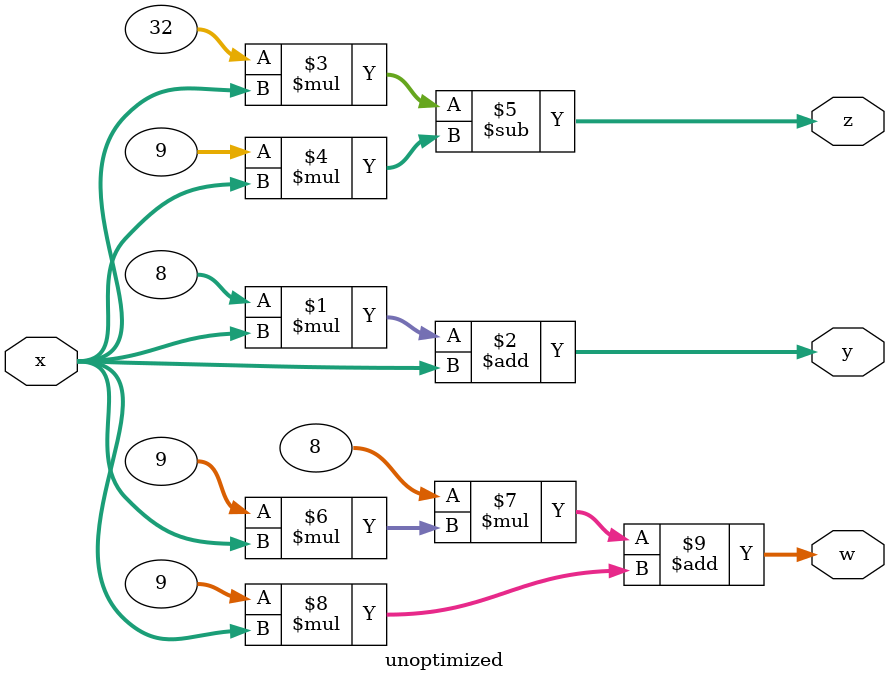
<source format=v>
module unoptimized(
    input [31:0] x,
    output [31:0] y,
    output [31:0] z,
    output [31:0] w
);

assign y = 8 * x + x;

assign z = 32 * x - 9 * x;

assign w = 8 * (9 * x) + 9 * x;

endmodule

</source>
